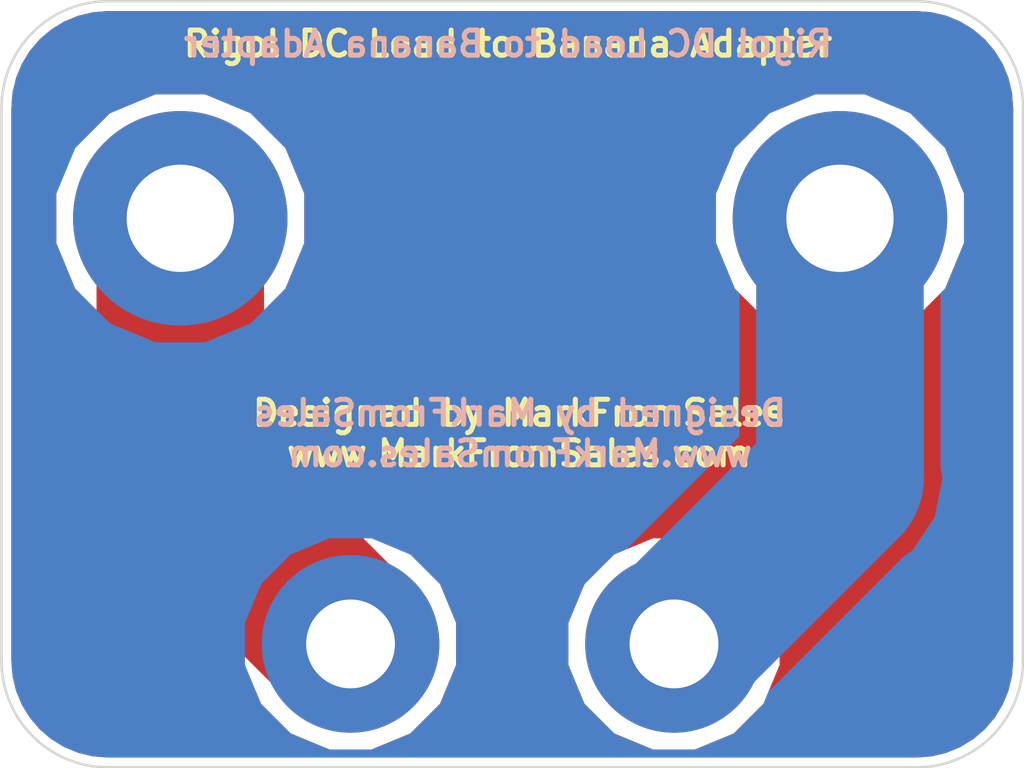
<source format=kicad_pcb>
(kicad_pcb (version 20171130) (host pcbnew "(5.0.2)-1")

  (general
    (thickness 1.6)
    (drawings 12)
    (tracks 4)
    (zones 0)
    (modules 4)
    (nets 3)
  )

  (page A4)
  (layers
    (0 F.Cu signal)
    (31 B.Cu signal)
    (32 B.Adhes user)
    (33 F.Adhes user)
    (34 B.Paste user)
    (35 F.Paste user)
    (36 B.SilkS user)
    (37 F.SilkS user)
    (38 B.Mask user)
    (39 F.Mask user)
    (40 Dwgs.User user)
    (41 Cmts.User user)
    (42 Eco1.User user)
    (43 Eco2.User user)
    (44 Edge.Cuts user)
    (45 Margin user)
    (46 B.CrtYd user)
    (47 F.CrtYd user)
    (48 B.Fab user)
    (49 F.Fab user)
  )

  (setup
    (last_trace_width 10)
    (trace_clearance 1)
    (zone_clearance 0.508)
    (zone_45_only no)
    (trace_min 0.2)
    (segment_width 0.2)
    (edge_width 0.15)
    (via_size 0.8)
    (via_drill 0.4)
    (via_min_size 0.4)
    (via_min_drill 0.3)
    (uvia_size 0.3)
    (uvia_drill 0.1)
    (uvias_allowed no)
    (uvia_min_size 0.2)
    (uvia_min_drill 0.1)
    (pcb_text_width 0.3)
    (pcb_text_size 1.5 1.5)
    (mod_edge_width 0.15)
    (mod_text_size 1 1)
    (mod_text_width 0.15)
    (pad_size 1.524 1.524)
    (pad_drill 0.762)
    (pad_to_mask_clearance 0.051)
    (solder_mask_min_width 0.25)
    (aux_axis_origin 0 0)
    (visible_elements 7FFFFFFF)
    (pcbplotparams
      (layerselection 0x010fc_ffffffff)
      (usegerberextensions false)
      (usegerberattributes false)
      (usegerberadvancedattributes false)
      (creategerberjobfile false)
      (excludeedgelayer true)
      (linewidth 0.100000)
      (plotframeref false)
      (viasonmask false)
      (mode 1)
      (useauxorigin false)
      (hpglpennumber 1)
      (hpglpenspeed 20)
      (hpglpendiameter 15.000000)
      (psnegative false)
      (psa4output false)
      (plotreference false)
      (plotvalue false)
      (plotinvisibletext false)
      (padsonsilk false)
      (subtractmaskfromsilk false)
      (outputformat 1)
      (mirror false)
      (drillshape 0)
      (scaleselection 1)
      (outputdirectory "Gerbers/"))
  )

  (net 0 "")
  (net 1 "Net-(H1-Pad1)")
  (net 2 "Net-(H2-Pad1)")

  (net_class Default "This is the default net class."
    (clearance 1)
    (trace_width 10)
    (via_dia 0.8)
    (via_drill 0.4)
    (uvia_dia 0.3)
    (uvia_drill 0.1)
    (add_net "Net-(H1-Pad1)")
    (add_net "Net-(H2-Pad1)")
  )

  (module MountingHole:MountingHole_6.4mm_M6_Pad (layer F.Cu) (tedit 5C1FEC98) (tstamp 5C3BC423)
    (at 80.518 57.404)
    (descr "Mounting Hole 6.4mm, M6")
    (tags "mounting hole 6.4mm m6")
    (path /5C3E05ED)
    (attr virtual)
    (fp_text reference H1 (at 0 -7.4) (layer F.SilkS) hide
      (effects (font (size 1 1) (thickness 0.15)))
    )
    (fp_text value MountingHole_Pad (at 0 7.4) (layer F.Fab)
      (effects (font (size 1 1) (thickness 0.15)))
    )
    (fp_text user %R (at 0.3 0) (layer F.Fab)
      (effects (font (size 1 1) (thickness 0.15)))
    )
    (fp_circle (center 0 0) (end 6.4 0) (layer Cmts.User) (width 0.15))
    (fp_circle (center 0 0) (end 6.65 0) (layer F.CrtYd) (width 0.05))
    (pad 1 thru_hole circle (at 0 0) (size 12.8 12.8) (drill 6.4) (layers *.Cu *.Mask)
      (net 1 "Net-(H1-Pad1)"))
  )

  (module MountingHole:MountingHole_6.4mm_M6_Pad (layer F.Cu) (tedit 5C1FEC9B) (tstamp 5C3BC3F9)
    (at 119.888 57.404)
    (descr "Mounting Hole 6.4mm, M6")
    (tags "mounting hole 6.4mm m6")
    (path /5C3E069A)
    (attr virtual)
    (fp_text reference H2 (at 0 -7.4) (layer F.SilkS) hide
      (effects (font (size 1 1) (thickness 0.15)))
    )
    (fp_text value MountingHole_Pad (at 0 7.4) (layer F.Fab)
      (effects (font (size 1 1) (thickness 0.15)))
    )
    (fp_circle (center 0 0) (end 6.65 0) (layer F.CrtYd) (width 0.05))
    (fp_circle (center 0 0) (end 6.4 0) (layer Cmts.User) (width 0.15))
    (fp_text user %R (at 0.3 0) (layer F.Fab)
      (effects (font (size 1 1) (thickness 0.15)))
    )
    (pad 1 thru_hole circle (at 0 0) (size 12.8 12.8) (drill 6.4) (layers *.Cu *.Mask)
      (net 2 "Net-(H2-Pad1)"))
  )

  (module MountingHole:MountingHole_5.3mm_M5_Pad (layer F.Cu) (tedit 5C1FECA0) (tstamp 5C3BC3E4)
    (at 90.678 82.804)
    (descr "Mounting Hole 5.3mm, M5")
    (tags "mounting hole 5.3mm m5")
    (path /5C3E08E9)
    (attr virtual)
    (fp_text reference H3 (at 0 -6.3) (layer F.SilkS) hide
      (effects (font (size 1 1) (thickness 0.15)))
    )
    (fp_text value MountingHole_Pad (at 0 6.3) (layer F.Fab)
      (effects (font (size 1 1) (thickness 0.15)))
    )
    (fp_text user %R (at 0.3 0) (layer F.Fab)
      (effects (font (size 1 1) (thickness 0.15)))
    )
    (fp_circle (center 0 0) (end 5.3 0) (layer Cmts.User) (width 0.15))
    (fp_circle (center 0 0) (end 5.55 0) (layer F.CrtYd) (width 0.05))
    (pad 1 thru_hole circle (at 0 0) (size 10.6 10.6) (drill 5.3) (layers *.Cu *.Mask)
      (net 1 "Net-(H1-Pad1)"))
  )

  (module MountingHole:MountingHole_5.3mm_M5_Pad (layer F.Cu) (tedit 5C1FECA8) (tstamp 5C3BC40E)
    (at 109.982 82.804)
    (descr "Mounting Hole 5.3mm, M5")
    (tags "mounting hole 5.3mm m5")
    (path /5C3E08EF)
    (attr virtual)
    (fp_text reference H4 (at 0 -6.3) (layer F.SilkS) hide
      (effects (font (size 1 1) (thickness 0.15)))
    )
    (fp_text value MountingHole_Pad (at 0 6.3) (layer F.Fab)
      (effects (font (size 1 1) (thickness 0.15)))
    )
    (fp_circle (center 0 0) (end 5.55 0) (layer F.CrtYd) (width 0.05))
    (fp_circle (center 0 0) (end 5.3 0) (layer Cmts.User) (width 0.15))
    (fp_text user %R (at 0.3 0) (layer F.Fab)
      (effects (font (size 1 1) (thickness 0.15)))
    )
    (pad 1 thru_hole circle (at 0 0) (size 10.6 10.6) (drill 5.3) (layers *.Cu *.Mask)
      (net 2 "Net-(H2-Pad1)"))
  )

  (gr_arc (start 76.2 83.82) (end 69.85 83.82) (angle -90) (layer Edge.Cuts) (width 0.15) (tstamp 5C5F351C))
  (gr_arc (start 76.2 50.8) (end 76.2 44.45) (angle -90) (layer Edge.Cuts) (width 0.15) (tstamp 5C5F350C))
  (gr_arc (start 124.46 50.8) (end 130.81 50.8) (angle -90) (layer Edge.Cuts) (width 0.15) (tstamp 5C5F34FB))
  (gr_arc (start 124.46 83.82) (end 124.46 90.17) (angle -90) (layer Edge.Cuts) (width 0.15))
  (gr_line (start 130.81 50.8) (end 130.81 83.82) (layer Edge.Cuts) (width 0.15))
  (gr_line (start 76.2 90.17) (end 124.46 90.17) (layer Edge.Cuts) (width 0.15))
  (gr_line (start 69.85 50.8) (end 69.85 83.82) (layer Edge.Cuts) (width 0.15))
  (gr_line (start 124.46 44.45) (end 76.2 44.45) (layer Edge.Cuts) (width 0.15))
  (gr_text "Rigol DC Load to Banana Adapter" (at 100.076 46.99) (layer B.SilkS) (tstamp 5C3BC2F5)
    (effects (font (size 1.5 1.5) (thickness 0.3)) (justify mirror))
  )
  (gr_text "Designed by MarkFromSales\nwww.MarkFromSales.com" (at 100.7872 70.231) (layer B.SilkS) (tstamp 5C3BC3CF)
    (effects (font (size 1.5 1.5) (thickness 0.3)) (justify mirror))
  )
  (gr_text "Designed by MarkFromSales\nwww.MarkFromSales.com" (at 100.7364 70.231) (layer F.SilkS) (tstamp 5C3BC3CC)
    (effects (font (size 1.5 1.5) (thickness 0.3)))
  )
  (gr_text "Rigol DC Load to Banana Adapter" (at 100.076 46.99) (layer F.SilkS) (tstamp 5C3BC2F8)
    (effects (font (size 1.5 1.5) (thickness 0.3)))
  )

  (segment (start 80.518 72.644) (end 90.678 82.804) (width 10) (layer F.Cu) (net 1) (tstamp 5C3BC3DB))
  (segment (start 80.518 57.404) (end 80.518 72.644) (width 10) (layer F.Cu) (net 1) (tstamp 5C3BC3D8))
  (segment (start 119.888 72.898) (end 109.982 82.804) (width 10) (layer B.Cu) (net 2) (tstamp 5C3BC3D2))
  (segment (start 119.888 57.404) (end 119.888 72.898) (width 10) (layer B.Cu) (net 2) (tstamp 5C3BC3D5))

  (zone (net 0) (net_name "") (layer B.Cu) (tstamp 0) (hatch edge 0.508)
    (connect_pads (clearance 0.508))
    (min_thickness 0.254)
    (fill yes (arc_segments 16) (thermal_gap 0.508) (thermal_bridge_width 0.508))
    (polygon
      (pts
        (xy 70.358 48.26) (xy 71.12 46.99) (xy 72.39 45.72) (xy 73.66 44.958) (xy 75.692 44.45)
        (xy 124.46 44.45) (xy 126.238 44.704) (xy 127.508 45.212) (xy 128.524 45.974) (xy 129.54 46.99)
        (xy 130.302 48.514) (xy 130.81 50.8) (xy 130.81 84.836) (xy 130.302 86.36) (xy 129.794 87.376)
        (xy 128.27 88.9) (xy 127 89.662) (xy 124.714 90.17) (xy 75.438 90.17) (xy 74.168 89.916)
        (xy 72.644 89.154) (xy 71.374 87.884) (xy 70.358 86.36) (xy 69.85 84.074) (xy 69.85 50.038)
      )
    )
    (filled_polygon
      (pts
        (xy 125.341943 45.231606) (xy 126.202181 45.438131) (xy 127.019505 45.776677) (xy 127.773821 46.238923) (xy 128.44653 46.81347)
        (xy 129.021077 47.486179) (xy 129.48332 48.240489) (xy 129.82187 49.05782) (xy 130.028394 49.918057) (xy 130.1 50.827892)
        (xy 130.100001 83.792095) (xy 130.028394 84.701943) (xy 129.82187 85.56218) (xy 129.48332 86.379511) (xy 129.021077 87.133821)
        (xy 128.44653 87.80653) (xy 127.773821 88.381077) (xy 127.019505 88.843323) (xy 126.202181 89.181869) (xy 125.341943 89.388394)
        (xy 124.432108 89.46) (xy 76.227892 89.46) (xy 75.318057 89.388394) (xy 74.45782 89.18187) (xy 73.640489 88.84332)
        (xy 72.886179 88.381077) (xy 72.21347 87.80653) (xy 71.638923 87.133821) (xy 71.176677 86.379505) (xy 70.838131 85.562181)
        (xy 70.631606 84.701943) (xy 70.56 83.792108) (xy 70.56 81.52559) (xy 84.251 81.52559) (xy 84.251 84.08241)
        (xy 85.229453 86.444603) (xy 87.037397 88.252547) (xy 89.39959 89.231) (xy 91.95641 89.231) (xy 94.318603 88.252547)
        (xy 96.126547 86.444603) (xy 97.105 84.08241) (xy 97.105 81.52559) (xy 103.555 81.52559) (xy 103.555 84.08241)
        (xy 104.533453 86.444603) (xy 106.341397 88.252547) (xy 108.70359 89.231) (xy 111.26041 89.231) (xy 113.622603 88.252547)
        (xy 115.430547 86.444603) (xy 115.730548 85.720338) (xy 123.793735 77.657152) (xy 124.305321 77.315321) (xy 125.659508 75.288637)
        (xy 126.015 73.501457) (xy 126.135035 72.898) (xy 126.015 72.294543) (xy 126.015 61.921786) (xy 126.269083 61.667703)
        (xy 127.415 58.901213) (xy 127.415 55.906787) (xy 126.269083 53.140297) (xy 124.151703 51.022917) (xy 121.385213 49.877)
        (xy 118.390787 49.877) (xy 115.624297 51.022917) (xy 113.506917 53.140297) (xy 112.361 55.906787) (xy 112.361 58.901213)
        (xy 113.506917 61.667703) (xy 113.761 61.921786) (xy 113.761001 70.360113) (xy 107.065662 77.055452) (xy 106.341397 77.355453)
        (xy 104.533453 79.163397) (xy 103.555 81.52559) (xy 97.105 81.52559) (xy 96.126547 79.163397) (xy 94.318603 77.355453)
        (xy 91.95641 76.377) (xy 89.39959 76.377) (xy 87.037397 77.355453) (xy 85.229453 79.163397) (xy 84.251 81.52559)
        (xy 70.56 81.52559) (xy 70.56 55.906787) (xy 72.991 55.906787) (xy 72.991 58.901213) (xy 74.136917 61.667703)
        (xy 76.254297 63.785083) (xy 79.020787 64.931) (xy 82.015213 64.931) (xy 84.781703 63.785083) (xy 86.899083 61.667703)
        (xy 88.045 58.901213) (xy 88.045 55.906787) (xy 86.899083 53.140297) (xy 84.781703 51.022917) (xy 82.015213 49.877)
        (xy 79.020787 49.877) (xy 76.254297 51.022917) (xy 74.136917 53.140297) (xy 72.991 55.906787) (xy 70.56 55.906787)
        (xy 70.56 50.827892) (xy 70.631606 49.918057) (xy 70.838131 49.057819) (xy 71.176677 48.240495) (xy 71.638923 47.486179)
        (xy 72.21347 46.81347) (xy 72.886179 46.238923) (xy 73.640489 45.77668) (xy 74.45782 45.43813) (xy 75.318057 45.231606)
        (xy 76.227892 45.16) (xy 124.432108 45.16)
      )
    )
  )
  (zone (net 0) (net_name "") (layer F.Cu) (tstamp 5C5F363C) (hatch edge 0.508)
    (connect_pads (clearance 0.508))
    (min_thickness 0.254)
    (fill yes (arc_segments 16) (thermal_gap 0.508) (thermal_bridge_width 0.508))
    (polygon
      (pts
        (xy 70.266424 48.26) (xy 71.028424 46.99) (xy 72.298424 45.72) (xy 73.568424 44.958) (xy 75.600424 44.45)
        (xy 124.368424 44.45) (xy 126.146424 44.704) (xy 127.416424 45.212) (xy 128.432424 45.974) (xy 129.448424 46.99)
        (xy 130.210424 48.514) (xy 130.718424 50.8) (xy 130.718424 84.836) (xy 130.210424 86.36) (xy 129.702424 87.376)
        (xy 128.178424 88.9) (xy 126.908424 89.662) (xy 124.622424 90.17) (xy 75.346424 90.17) (xy 74.076424 89.916)
        (xy 72.552424 89.154) (xy 71.282424 87.884) (xy 70.266424 86.36) (xy 69.758424 84.074) (xy 69.758424 50.038)
      )
    )
    (filled_polygon
      (pts
        (xy 125.341943 45.231606) (xy 126.202181 45.438131) (xy 127.019505 45.776677) (xy 127.773821 46.238923) (xy 128.44653 46.81347)
        (xy 129.021077 47.486179) (xy 129.48332 48.240489) (xy 129.82187 49.05782) (xy 130.028394 49.918057) (xy 130.1 50.827892)
        (xy 130.100001 83.792095) (xy 130.028394 84.701943) (xy 129.82187 85.56218) (xy 129.48332 86.379511) (xy 129.021077 87.133821)
        (xy 128.44653 87.80653) (xy 127.773821 88.381077) (xy 127.019505 88.843323) (xy 126.202181 89.181869) (xy 125.341943 89.388394)
        (xy 124.432108 89.46) (xy 76.227892 89.46) (xy 75.318057 89.388394) (xy 74.45782 89.18187) (xy 73.640489 88.84332)
        (xy 72.886179 88.381077) (xy 72.21347 87.80653) (xy 71.638923 87.133821) (xy 71.176677 86.379505) (xy 70.838131 85.562181)
        (xy 70.631606 84.701943) (xy 70.56 83.792108) (xy 70.56 55.906787) (xy 72.991 55.906787) (xy 72.991 58.901213)
        (xy 74.136917 61.667703) (xy 74.391 61.921786) (xy 74.391001 72.040539) (xy 74.270965 72.644) (xy 74.746492 75.034636)
        (xy 74.746493 75.034637) (xy 76.10068 77.061321) (xy 76.612268 77.403153) (xy 84.929453 85.720338) (xy 85.229453 86.444603)
        (xy 87.037397 88.252547) (xy 89.39959 89.231) (xy 91.95641 89.231) (xy 94.318603 88.252547) (xy 96.126547 86.444603)
        (xy 97.105 84.08241) (xy 97.105 81.52559) (xy 103.555 81.52559) (xy 103.555 84.08241) (xy 104.533453 86.444603)
        (xy 106.341397 88.252547) (xy 108.70359 89.231) (xy 111.26041 89.231) (xy 113.622603 88.252547) (xy 115.430547 86.444603)
        (xy 116.409 84.08241) (xy 116.409 81.52559) (xy 115.430547 79.163397) (xy 113.622603 77.355453) (xy 111.26041 76.377)
        (xy 108.70359 76.377) (xy 106.341397 77.355453) (xy 104.533453 79.163397) (xy 103.555 81.52559) (xy 97.105 81.52559)
        (xy 96.126547 79.163397) (xy 94.318603 77.355453) (xy 93.594338 77.055453) (xy 86.645 70.106115) (xy 86.645 61.921786)
        (xy 86.899083 61.667703) (xy 88.045 58.901213) (xy 88.045 55.906787) (xy 112.361 55.906787) (xy 112.361 58.901213)
        (xy 113.506917 61.667703) (xy 115.624297 63.785083) (xy 118.390787 64.931) (xy 121.385213 64.931) (xy 124.151703 63.785083)
        (xy 126.269083 61.667703) (xy 127.415 58.901213) (xy 127.415 55.906787) (xy 126.269083 53.140297) (xy 124.151703 51.022917)
        (xy 121.385213 49.877) (xy 118.390787 49.877) (xy 115.624297 51.022917) (xy 113.506917 53.140297) (xy 112.361 55.906787)
        (xy 88.045 55.906787) (xy 86.899083 53.140297) (xy 84.781703 51.022917) (xy 82.015213 49.877) (xy 79.020787 49.877)
        (xy 76.254297 51.022917) (xy 74.136917 53.140297) (xy 72.991 55.906787) (xy 70.56 55.906787) (xy 70.56 50.827892)
        (xy 70.631606 49.918057) (xy 70.838131 49.057819) (xy 71.176677 48.240495) (xy 71.638923 47.486179) (xy 72.21347 46.81347)
        (xy 72.886179 46.238923) (xy 73.640489 45.77668) (xy 74.45782 45.43813) (xy 75.318057 45.231606) (xy 76.227892 45.16)
        (xy 124.432108 45.16)
      )
    )
  )
)

</source>
